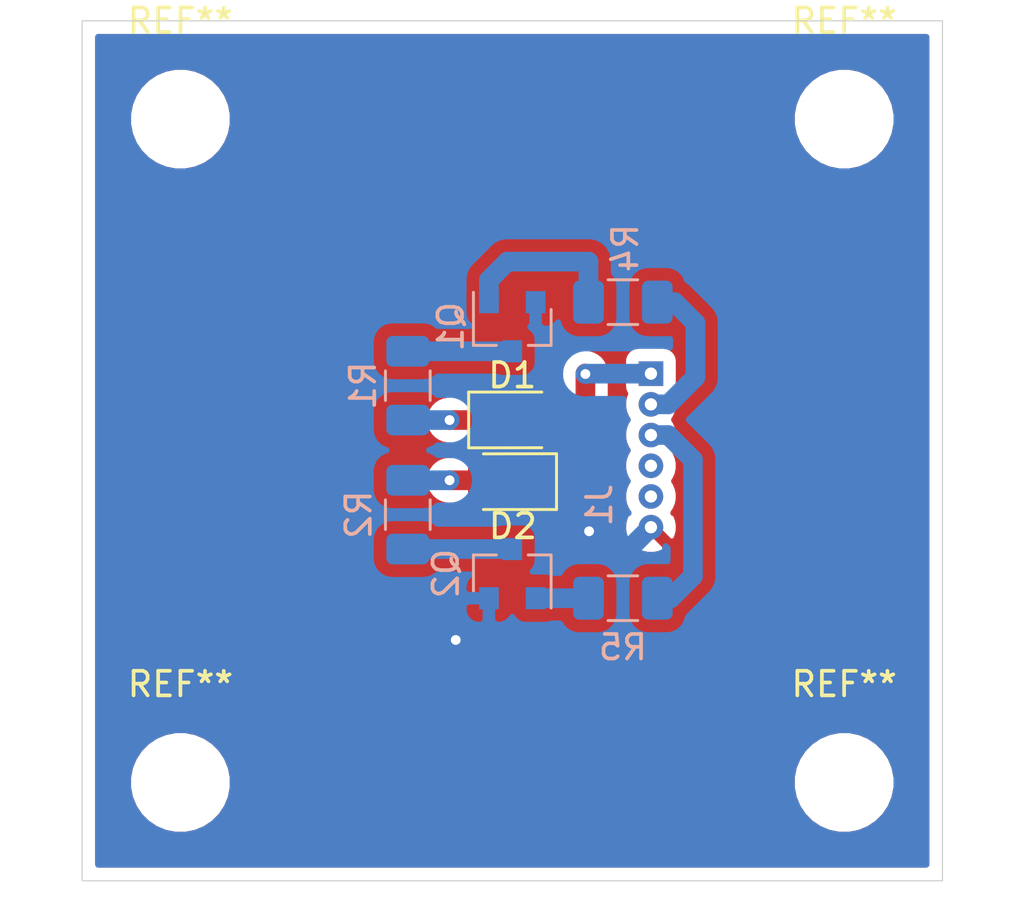
<source format=kicad_pcb>
(kicad_pcb (version 20171130) (host pcbnew "(5.1.6)-1")

  (general
    (thickness 1.6)
    (drawings 6)
    (tracks 38)
    (zones 0)
    (modules 13)
    (nets 13)
  )

  (page A4)
  (layers
    (0 F.Cu signal)
    (31 B.Cu signal)
    (32 B.Adhes user)
    (33 F.Adhes user)
    (34 B.Paste user)
    (35 F.Paste user)
    (36 B.SilkS user)
    (37 F.SilkS user)
    (38 B.Mask user)
    (39 F.Mask user)
    (40 Dwgs.User user)
    (41 Cmts.User user)
    (42 Eco1.User user)
    (43 Eco2.User user)
    (44 Edge.Cuts user)
    (45 Margin user)
    (46 B.CrtYd user)
    (47 F.CrtYd user)
    (48 B.Fab user hide)
    (49 F.Fab user)
  )

  (setup
    (last_trace_width 0.8)
    (user_trace_width 0.5)
    (user_trace_width 0.7)
    (user_trace_width 0.8)
    (trace_clearance 0.2)
    (zone_clearance 0.508)
    (zone_45_only no)
    (trace_min 0.2)
    (via_size 0.8)
    (via_drill 0.4)
    (via_min_size 0.4)
    (via_min_drill 0.3)
    (uvia_size 0.3)
    (uvia_drill 0.1)
    (uvias_allowed no)
    (uvia_min_size 0.2)
    (uvia_min_drill 0.1)
    (edge_width 0.05)
    (segment_width 0.2)
    (pcb_text_width 0.3)
    (pcb_text_size 1.5 1.5)
    (mod_edge_width 0.12)
    (mod_text_size 1 1)
    (mod_text_width 0.15)
    (pad_size 1.524 1.524)
    (pad_drill 0.762)
    (pad_to_mask_clearance 0.05)
    (aux_axis_origin 0 0)
    (visible_elements 7FFFFFFF)
    (pcbplotparams
      (layerselection 0x01000_ffffffff)
      (usegerberextensions false)
      (usegerberattributes true)
      (usegerberadvancedattributes true)
      (creategerberjobfile true)
      (excludeedgelayer true)
      (linewidth 0.100000)
      (plotframeref false)
      (viasonmask false)
      (mode 1)
      (useauxorigin false)
      (hpglpennumber 1)
      (hpglpenspeed 20)
      (hpglpendiameter 15.000000)
      (psnegative false)
      (psa4output false)
      (plotreference true)
      (plotvalue true)
      (plotinvisibletext false)
      (padsonsilk false)
      (subtractmaskfromsilk false)
      (outputformat 1)
      (mirror false)
      (drillshape 0)
      (scaleselection 1)
      (outputdirectory "./"))
  )

  (net 0 "")
  (net 1 "Net-(J1-Pad4)")
  (net 2 +5V)
  (net 3 GND)
  (net 4 "Net-(J1-Pad5)")
  (net 5 /GREEN)
  (net 6 /RED)
  (net 7 "Net-(Q1-Pad3)")
  (net 8 "Net-(Q1-Pad1)")
  (net 9 "Net-(Q2-Pad3)")
  (net 10 "Net-(Q2-Pad1)")
  (net 11 "Net-(D1-Pad1)")
  (net 12 "Net-(D2-Pad1)")

  (net_class Default "This is the default net class."
    (clearance 0.2)
    (trace_width 0.25)
    (via_dia 0.8)
    (via_drill 0.4)
    (uvia_dia 0.3)
    (uvia_drill 0.1)
    (add_net +5V)
    (add_net /GREEN)
    (add_net /RED)
    (add_net GND)
    (add_net "Net-(D1-Pad1)")
    (add_net "Net-(D2-Pad1)")
    (add_net "Net-(J1-Pad4)")
    (add_net "Net-(J1-Pad5)")
    (add_net "Net-(Q1-Pad1)")
    (add_net "Net-(Q1-Pad3)")
    (add_net "Net-(Q2-Pad1)")
    (add_net "Net-(Q2-Pad3)")
  )

  (net_class 1 ""
    (clearance 0.2)
    (trace_width 0.5)
    (via_dia 0.8)
    (via_drill 0.4)
    (uvia_dia 0.3)
    (uvia_drill 0.1)
  )

  (module MountingHole:MountingHole_3mm (layer F.Cu) (tedit 56D1B4CB) (tstamp 6047E186)
    (at 32 32)
    (descr "Mounting Hole 3mm, no annular")
    (tags "mounting hole 3mm no annular")
    (attr virtual)
    (fp_text reference REF** (at 0 -4) (layer F.SilkS)
      (effects (font (size 1 1) (thickness 0.15)))
    )
    (fp_text value MountingHole_3mm (at 0 4) (layer F.Fab)
      (effects (font (size 1 1) (thickness 0.15)))
    )
    (fp_text user %R (at 0.3 0) (layer F.Fab)
      (effects (font (size 1 1) (thickness 0.15)))
    )
    (fp_circle (center 0 0) (end 3 0) (layer Cmts.User) (width 0.15))
    (fp_circle (center 0 0) (end 3.25 0) (layer F.CrtYd) (width 0.05))
    (pad 1 np_thru_hole circle (at 0 0) (size 3 3) (drill 3) (layers *.Cu *.Mask))
  )

  (module MountingHole:MountingHole_3mm (layer F.Cu) (tedit 56D1B4CB) (tstamp 6047E162)
    (at 5 32)
    (descr "Mounting Hole 3mm, no annular")
    (tags "mounting hole 3mm no annular")
    (attr virtual)
    (fp_text reference REF** (at 0 -4) (layer F.SilkS)
      (effects (font (size 1 1) (thickness 0.15)))
    )
    (fp_text value MountingHole_3mm (at 0 4) (layer F.Fab)
      (effects (font (size 1 1) (thickness 0.15)))
    )
    (fp_text user %R (at 0.3 0) (layer F.Fab)
      (effects (font (size 1 1) (thickness 0.15)))
    )
    (fp_circle (center 0 0) (end 3 0) (layer Cmts.User) (width 0.15))
    (fp_circle (center 0 0) (end 3.25 0) (layer F.CrtYd) (width 0.05))
    (pad 1 np_thru_hole circle (at 0 0) (size 3 3) (drill 3) (layers *.Cu *.Mask))
  )

  (module MountingHole:MountingHole_3mm (layer F.Cu) (tedit 56D1B4CB) (tstamp 6047E13E)
    (at 5 5)
    (descr "Mounting Hole 3mm, no annular")
    (tags "mounting hole 3mm no annular")
    (attr virtual)
    (fp_text reference REF** (at 0 -4) (layer F.SilkS)
      (effects (font (size 1 1) (thickness 0.15)))
    )
    (fp_text value MountingHole_3mm (at 0 4) (layer F.Fab)
      (effects (font (size 1 1) (thickness 0.15)))
    )
    (fp_text user %R (at 0.3 0) (layer F.Fab)
      (effects (font (size 1 1) (thickness 0.15)))
    )
    (fp_circle (center 0 0) (end 3 0) (layer Cmts.User) (width 0.15))
    (fp_circle (center 0 0) (end 3.25 0) (layer F.CrtYd) (width 0.05))
    (pad 1 np_thru_hole circle (at 0 0) (size 3 3) (drill 3) (layers *.Cu *.Mask))
  )

  (module MountingHole:MountingHole_3mm (layer F.Cu) (tedit 56D1B4CB) (tstamp 6047E11A)
    (at 32 5)
    (descr "Mounting Hole 3mm, no annular")
    (tags "mounting hole 3mm no annular")
    (attr virtual)
    (fp_text reference REF** (at 0 -4) (layer F.SilkS)
      (effects (font (size 1 1) (thickness 0.15)))
    )
    (fp_text value MountingHole_3mm (at 0 4) (layer F.Fab)
      (effects (font (size 1 1) (thickness 0.15)))
    )
    (fp_text user %R (at 0.3 0) (layer F.Fab)
      (effects (font (size 1 1) (thickness 0.15)))
    )
    (fp_circle (center 0 0) (end 3 0) (layer Cmts.User) (width 0.15))
    (fp_circle (center 0 0) (end 3.25 0) (layer F.CrtYd) (width 0.05))
    (pad 1 np_thru_hole circle (at 0 0) (size 3 3) (drill 3) (layers *.Cu *.Mask))
  )

  (module Connector:JOINT_TECH_A1250WV-6P_rev (layer B.Cu) (tedit 60476F15) (tstamp 60420E01)
    (at 24.14 21.61 90)
    (path /6041ADAA)
    (fp_text reference J1 (at 0.9 -2.1 90) (layer B.SilkS)
      (effects (font (size 1 1) (thickness 0.15)) (justify mirror))
    )
    (fp_text value Conn_01x06_Male (at 2.8 3 90) (layer B.Fab)
      (effects (font (size 1 1) (thickness 0.15)) (justify mirror))
    )
    (fp_line (start -1.05 -1.15) (end 7.2 -1.15) (layer B.CrtYd) (width 0.12))
    (fp_line (start -1.05 2.05) (end -1.05 -1.15) (layer B.CrtYd) (width 0.12))
    (fp_line (start 7.2 2.05) (end 7.2 -1.15) (layer B.CrtYd) (width 0.12))
    (fp_line (start -1.05 2.05) (end 7.2 2.05) (layer B.CrtYd) (width 0.12))
    (pad 1 thru_hole rect (at 6.25 0 90) (size 1 1) (drill 0.5) (layers *.Cu *.Mask)
      (net 2 +5V))
    (pad 2 thru_hole circle (at 5 0 90) (size 1 1) (drill 0.5) (layers *.Cu *.Mask)
      (net 6 /RED))
    (pad 3 thru_hole circle (at 3.75 0 90) (size 1 1) (drill 0.5) (layers *.Cu *.Mask)
      (net 5 /GREEN))
    (pad 4 thru_hole circle (at 2.5 0 90) (size 1 1) (drill 0.5) (layers *.Cu *.Mask)
      (net 1 "Net-(J1-Pad4)"))
    (pad 5 thru_hole circle (at 1.25 0 90) (size 1 1) (drill 0.5) (layers *.Cu *.Mask)
      (net 4 "Net-(J1-Pad5)"))
    (pad 6 thru_hole circle (at 0 0 90) (size 1 1) (drill 0.5) (layers *.Cu *.Mask)
      (net 3 GND))
  )

  (module LED_SMD:LED_2835Metric_RI35TS_reversed (layer F.Cu) (tedit 60476C1D) (tstamp 6047D239)
    (at 18.525 19.75 180)
    (descr "LED SMD 1206 (3216 Metric), square (rectangular) end terminal, IPC_7351 nominal, (Body size source: http://www.tortai-tech.com/upload/download/2011102023233369053.pdf), generated with kicad-footprint-generator")
    (tags diode)
    (path /6049795C)
    (attr smd)
    (fp_text reference D2 (at 0 -1.82) (layer F.SilkS)
      (effects (font (size 1 1) (thickness 0.15)))
    )
    (fp_text value LED (at 0 1.82) (layer F.Fab)
      (effects (font (size 1 1) (thickness 0.15)))
    )
    (fp_text user %R (at 0 0) (layer F.Fab)
      (effects (font (size 0.8 0.8) (thickness 0.12)))
    )
    (fp_line (start -1.675 -1.05) (end -1.675 1.05) (layer F.CrtYd) (width 0.05))
    (fp_line (start 1.825 -1.05) (end -1.675 -1.05) (layer F.CrtYd) (width 0.05))
    (fp_line (start 1.825 1.05) (end 1.825 -1.05) (layer F.CrtYd) (width 0.05))
    (fp_line (start -1.675 1.05) (end 1.825 1.05) (layer F.CrtYd) (width 0.05))
    (fp_line (start 1.6 -0.8) (end -1.2 -0.8) (layer F.Fab) (width 0.1))
    (fp_line (start -1.2 -0.8) (end -1.6 -0.4) (layer F.Fab) (width 0.1))
    (fp_line (start -1.6 -0.4) (end -1.6 0.8) (layer F.Fab) (width 0.1))
    (fp_line (start -1.6 0.8) (end 1.6 0.8) (layer F.Fab) (width 0.1))
    (fp_line (start 1.6 0.8) (end 1.6 -0.8) (layer F.Fab) (width 0.1))
    (fp_line (start 1.2 -1.14) (end -1.775 -1.14) (layer F.SilkS) (width 0.12))
    (fp_line (start -1.775 -1.14) (end -1.775 1.13) (layer F.SilkS) (width 0.12))
    (fp_line (start -1.775 1.13) (end 1.2 1.125) (layer F.SilkS) (width 0.12))
    (pad 1 smd roundrect (at 0.775 0 180) (size 2.1 2.1) (layers F.Cu F.Paste F.Mask) (roundrect_rratio 0.2)
      (net 12 "Net-(D2-Pad1)"))
    (pad 2 smd roundrect (at -1.175 0 180) (size 1 2.1) (layers F.Cu F.Paste F.Mask) (roundrect_rratio 0.2)
      (net 2 +5V))
    (model ${KISYS3DMOD}/LED_SMD.3dshapes/LED_1206_3216Metric.wrl
      (at (xyz 0 0 0))
      (scale (xyz 1 1 1))
      (rotate (xyz 0 0 0))
    )
  )

  (module LED_SMD:LED_2835Metric_RI35TS (layer F.Cu) (tedit 60476948) (tstamp 6047CF13)
    (at 18.5 17.25)
    (descr "LED SMD 1206 (3216 Metric), square (rectangular) end terminal, IPC_7351 nominal, (Body size source: http://www.tortai-tech.com/upload/download/2011102023233369053.pdf), generated with kicad-footprint-generator")
    (tags diode)
    (path /6049592B)
    (attr smd)
    (fp_text reference D1 (at 0 -1.82) (layer F.SilkS)
      (effects (font (size 1 1) (thickness 0.15)))
    )
    (fp_text value LED (at 0 1.82) (layer F.Fab)
      (effects (font (size 1 1) (thickness 0.15)))
    )
    (fp_text user %R (at 0 0) (layer F.Fab)
      (effects (font (size 0.8 0.8) (thickness 0.12)))
    )
    (fp_line (start -1.775 1.13) (end 1.2 1.125) (layer F.SilkS) (width 0.12))
    (fp_line (start -1.775 -1.14) (end -1.775 1.13) (layer F.SilkS) (width 0.12))
    (fp_line (start 1.2 -1.14) (end -1.775 -1.14) (layer F.SilkS) (width 0.12))
    (fp_line (start 1.6 0.8) (end 1.6 -0.8) (layer F.Fab) (width 0.1))
    (fp_line (start -1.6 0.8) (end 1.6 0.8) (layer F.Fab) (width 0.1))
    (fp_line (start -1.6 -0.4) (end -1.6 0.8) (layer F.Fab) (width 0.1))
    (fp_line (start -1.2 -0.8) (end -1.6 -0.4) (layer F.Fab) (width 0.1))
    (fp_line (start 1.6 -0.8) (end -1.2 -0.8) (layer F.Fab) (width 0.1))
    (fp_line (start -1.675 1.05) (end 1.825 1.05) (layer F.CrtYd) (width 0.05))
    (fp_line (start 1.825 1.05) (end 1.825 -1.05) (layer F.CrtYd) (width 0.05))
    (fp_line (start 1.825 -1.05) (end -1.675 -1.05) (layer F.CrtYd) (width 0.05))
    (fp_line (start -1.675 -1.05) (end -1.675 1.05) (layer F.CrtYd) (width 0.05))
    (pad 2 smd roundrect (at 0.775 0) (size 2.1 2.1) (layers F.Cu F.Paste F.Mask) (roundrect_rratio 0.2)
      (net 2 +5V))
    (pad 1 smd roundrect (at -1.175 0) (size 1 2.1) (layers F.Cu F.Paste F.Mask) (roundrect_rratio 0.2)
      (net 11 "Net-(D1-Pad1)"))
    (model ${KISYS3DMOD}/LED_SMD.3dshapes/LED_1206_3216Metric.wrl
      (at (xyz 0 0 0))
      (scale (xyz 1 1 1))
      (rotate (xyz 0 0 0))
    )
  )

  (module Package_TO_SOT_SMD:SOT-23 (layer B.Cu) (tedit 5A02FF57) (tstamp 6047E257)
    (at 18.5 23.5 90)
    (descr "SOT-23, Standard")
    (tags SOT-23)
    (path /60424970)
    (attr smd)
    (fp_text reference Q2 (at 0 -2.7 90) (layer B.SilkS)
      (effects (font (size 1 1) (thickness 0.15)) (justify mirror))
    )
    (fp_text value Q_NPN_BEC (at 0 -2.5 90) (layer B.Fab)
      (effects (font (size 1 1) (thickness 0.15)) (justify mirror))
    )
    (fp_line (start -0.7 0.95) (end -0.7 -1.5) (layer B.Fab) (width 0.1))
    (fp_line (start -0.15 1.52) (end 0.7 1.52) (layer B.Fab) (width 0.1))
    (fp_line (start -0.7 0.95) (end -0.15 1.52) (layer B.Fab) (width 0.1))
    (fp_line (start 0.7 1.52) (end 0.7 -1.52) (layer B.Fab) (width 0.1))
    (fp_line (start -0.7 -1.52) (end 0.7 -1.52) (layer B.Fab) (width 0.1))
    (fp_line (start 0.76 -1.58) (end 0.76 -0.65) (layer B.SilkS) (width 0.12))
    (fp_line (start 0.76 1.58) (end 0.76 0.65) (layer B.SilkS) (width 0.12))
    (fp_line (start -1.7 1.75) (end 1.7 1.75) (layer B.CrtYd) (width 0.05))
    (fp_line (start 1.7 1.75) (end 1.7 -1.75) (layer B.CrtYd) (width 0.05))
    (fp_line (start 1.7 -1.75) (end -1.7 -1.75) (layer B.CrtYd) (width 0.05))
    (fp_line (start -1.7 -1.75) (end -1.7 1.75) (layer B.CrtYd) (width 0.05))
    (fp_line (start 0.76 1.58) (end -1.4 1.58) (layer B.SilkS) (width 0.12))
    (fp_line (start 0.76 -1.58) (end -0.7 -1.58) (layer B.SilkS) (width 0.12))
    (fp_text user %R (at 0 0 180) (layer B.Fab)
      (effects (font (size 0.5 0.5) (thickness 0.075)) (justify mirror))
    )
    (pad 3 smd rect (at 1 0 90) (size 0.9 0.8) (layers B.Cu B.Paste B.Mask)
      (net 9 "Net-(Q2-Pad3)"))
    (pad 2 smd rect (at -1 -0.95 90) (size 0.9 0.8) (layers B.Cu B.Paste B.Mask)
      (net 3 GND))
    (pad 1 smd rect (at -1 0.95 90) (size 0.9 0.8) (layers B.Cu B.Paste B.Mask)
      (net 10 "Net-(Q2-Pad1)"))
    (model ${KISYS3DMOD}/Package_TO_SOT_SMD.3dshapes/SOT-23.wrl
      (at (xyz 0 0 0))
      (scale (xyz 1 1 1))
      (rotate (xyz 0 0 0))
    )
  )

  (module Resistor_SMD:R_1206_3216Metric (layer B.Cu) (tedit 5B301BBD) (tstamp 6041461B)
    (at 23 24.5 180)
    (descr "Resistor SMD 1206 (3216 Metric), square (rectangular) end terminal, IPC_7351 nominal, (Body size source: http://www.tortai-tech.com/upload/download/2011102023233369053.pdf), generated with kicad-footprint-generator")
    (tags resistor)
    (path /6041C2D6)
    (attr smd)
    (fp_text reference R5 (at 0 -2) (layer B.SilkS)
      (effects (font (size 1 1) (thickness 0.15)) (justify mirror))
    )
    (fp_text value 10k (at 0 -1.82) (layer B.Fab)
      (effects (font (size 1 1) (thickness 0.15)) (justify mirror))
    )
    (fp_line (start -1.6 -0.8) (end -1.6 0.8) (layer B.Fab) (width 0.1))
    (fp_line (start -1.6 0.8) (end 1.6 0.8) (layer B.Fab) (width 0.1))
    (fp_line (start 1.6 0.8) (end 1.6 -0.8) (layer B.Fab) (width 0.1))
    (fp_line (start 1.6 -0.8) (end -1.6 -0.8) (layer B.Fab) (width 0.1))
    (fp_line (start -0.602064 0.91) (end 0.602064 0.91) (layer B.SilkS) (width 0.12))
    (fp_line (start -0.602064 -0.91) (end 0.602064 -0.91) (layer B.SilkS) (width 0.12))
    (fp_line (start -2.28 -1.12) (end -2.28 1.12) (layer B.CrtYd) (width 0.05))
    (fp_line (start -2.28 1.12) (end 2.28 1.12) (layer B.CrtYd) (width 0.05))
    (fp_line (start 2.28 1.12) (end 2.28 -1.12) (layer B.CrtYd) (width 0.05))
    (fp_line (start 2.28 -1.12) (end -2.28 -1.12) (layer B.CrtYd) (width 0.05))
    (fp_text user %R (at 0 0) (layer B.Fab)
      (effects (font (size 0.8 0.8) (thickness 0.12)) (justify mirror))
    )
    (pad 2 smd roundrect (at 1.4 0 180) (size 1.25 1.75) (layers B.Cu B.Paste B.Mask) (roundrect_rratio 0.2)
      (net 10 "Net-(Q2-Pad1)"))
    (pad 1 smd roundrect (at -1.4 0 180) (size 1.25 1.75) (layers B.Cu B.Paste B.Mask) (roundrect_rratio 0.2)
      (net 5 /GREEN))
    (model ${KISYS3DMOD}/Resistor_SMD.3dshapes/R_1206_3216Metric.wrl
      (at (xyz 0 0 0))
      (scale (xyz 1 1 1))
      (rotate (xyz 0 0 0))
    )
  )

  (module Resistor_SMD:R_1206_3216Metric (layer B.Cu) (tedit 5B301BBD) (tstamp 6041460A)
    (at 23 12.45 180)
    (descr "Resistor SMD 1206 (3216 Metric), square (rectangular) end terminal, IPC_7351 nominal, (Body size source: http://www.tortai-tech.com/upload/download/2011102023233369053.pdf), generated with kicad-footprint-generator")
    (tags resistor)
    (path /6041CCCB)
    (attr smd)
    (fp_text reference R4 (at -0.1 2.2 270) (layer B.SilkS)
      (effects (font (size 1 1) (thickness 0.15)) (justify mirror))
    )
    (fp_text value 10k (at 0 -1.82) (layer B.Fab)
      (effects (font (size 1 1) (thickness 0.15)) (justify mirror))
    )
    (fp_line (start -1.6 -0.8) (end -1.6 0.8) (layer B.Fab) (width 0.1))
    (fp_line (start -1.6 0.8) (end 1.6 0.8) (layer B.Fab) (width 0.1))
    (fp_line (start 1.6 0.8) (end 1.6 -0.8) (layer B.Fab) (width 0.1))
    (fp_line (start 1.6 -0.8) (end -1.6 -0.8) (layer B.Fab) (width 0.1))
    (fp_line (start -0.602064 0.91) (end 0.602064 0.91) (layer B.SilkS) (width 0.12))
    (fp_line (start -0.602064 -0.91) (end 0.602064 -0.91) (layer B.SilkS) (width 0.12))
    (fp_line (start -2.28 -1.12) (end -2.28 1.12) (layer B.CrtYd) (width 0.05))
    (fp_line (start -2.28 1.12) (end 2.28 1.12) (layer B.CrtYd) (width 0.05))
    (fp_line (start 2.28 1.12) (end 2.28 -1.12) (layer B.CrtYd) (width 0.05))
    (fp_line (start 2.28 -1.12) (end -2.28 -1.12) (layer B.CrtYd) (width 0.05))
    (fp_text user %R (at 0 0) (layer B.Fab)
      (effects (font (size 0.8 0.8) (thickness 0.12)) (justify mirror))
    )
    (pad 2 smd roundrect (at 1.4 0 180) (size 1.25 1.75) (layers B.Cu B.Paste B.Mask) (roundrect_rratio 0.2)
      (net 8 "Net-(Q1-Pad1)"))
    (pad 1 smd roundrect (at -1.4 0 180) (size 1.25 1.75) (layers B.Cu B.Paste B.Mask) (roundrect_rratio 0.2)
      (net 6 /RED))
    (model ${KISYS3DMOD}/Resistor_SMD.3dshapes/R_1206_3216Metric.wrl
      (at (xyz 0 0 0))
      (scale (xyz 1 1 1))
      (rotate (xyz 0 0 0))
    )
  )

  (module Resistor_SMD:R_1206_3216Metric (layer B.Cu) (tedit 5B301BBD) (tstamp 6041625C)
    (at 14.25 21.1 90)
    (descr "Resistor SMD 1206 (3216 Metric), square (rectangular) end terminal, IPC_7351 nominal, (Body size source: http://www.tortai-tech.com/upload/download/2011102023233369053.pdf), generated with kicad-footprint-generator")
    (tags resistor)
    (path /602D5F71)
    (attr smd)
    (fp_text reference R2 (at 0 -2 90) (layer B.SilkS)
      (effects (font (size 1 1) (thickness 0.15)) (justify mirror))
    )
    (fp_text value 100 (at 0 -1.82 90) (layer B.Fab)
      (effects (font (size 1 1) (thickness 0.15)) (justify mirror))
    )
    (fp_line (start -1.6 -0.8) (end -1.6 0.8) (layer B.Fab) (width 0.1))
    (fp_line (start -1.6 0.8) (end 1.6 0.8) (layer B.Fab) (width 0.1))
    (fp_line (start 1.6 0.8) (end 1.6 -0.8) (layer B.Fab) (width 0.1))
    (fp_line (start 1.6 -0.8) (end -1.6 -0.8) (layer B.Fab) (width 0.1))
    (fp_line (start -0.602064 0.91) (end 0.602064 0.91) (layer B.SilkS) (width 0.12))
    (fp_line (start -0.602064 -0.91) (end 0.602064 -0.91) (layer B.SilkS) (width 0.12))
    (fp_line (start -2.28 -1.12) (end -2.28 1.12) (layer B.CrtYd) (width 0.05))
    (fp_line (start -2.28 1.12) (end 2.28 1.12) (layer B.CrtYd) (width 0.05))
    (fp_line (start 2.28 1.12) (end 2.28 -1.12) (layer B.CrtYd) (width 0.05))
    (fp_line (start 2.28 -1.12) (end -2.28 -1.12) (layer B.CrtYd) (width 0.05))
    (fp_text user %R (at 0 0 90) (layer B.Fab)
      (effects (font (size 0.8 0.8) (thickness 0.12)) (justify mirror))
    )
    (pad 2 smd roundrect (at 1.4 0 90) (size 1.25 1.75) (layers B.Cu B.Paste B.Mask) (roundrect_rratio 0.2)
      (net 12 "Net-(D2-Pad1)"))
    (pad 1 smd roundrect (at -1.4 0 90) (size 1.25 1.75) (layers B.Cu B.Paste B.Mask) (roundrect_rratio 0.2)
      (net 9 "Net-(Q2-Pad3)"))
    (model ${KISYS3DMOD}/Resistor_SMD.3dshapes/R_1206_3216Metric.wrl
      (at (xyz 0 0 0))
      (scale (xyz 1 1 1))
      (rotate (xyz 0 0 0))
    )
  )

  (module Resistor_SMD:R_1206_3216Metric (layer B.Cu) (tedit 5B301BBD) (tstamp 604161DB)
    (at 14.25 15.85 270)
    (descr "Resistor SMD 1206 (3216 Metric), square (rectangular) end terminal, IPC_7351 nominal, (Body size source: http://www.tortai-tech.com/upload/download/2011102023233369053.pdf), generated with kicad-footprint-generator")
    (tags resistor)
    (path /602D3DD5)
    (attr smd)
    (fp_text reference R1 (at 0 1.82 90) (layer B.SilkS)
      (effects (font (size 1 1) (thickness 0.15)) (justify mirror))
    )
    (fp_text value 68 (at 0 -1.82 90) (layer B.Fab)
      (effects (font (size 1 1) (thickness 0.15)) (justify mirror))
    )
    (fp_line (start -1.6 -0.8) (end -1.6 0.8) (layer B.Fab) (width 0.1))
    (fp_line (start -1.6 0.8) (end 1.6 0.8) (layer B.Fab) (width 0.1))
    (fp_line (start 1.6 0.8) (end 1.6 -0.8) (layer B.Fab) (width 0.1))
    (fp_line (start 1.6 -0.8) (end -1.6 -0.8) (layer B.Fab) (width 0.1))
    (fp_line (start -0.602064 0.91) (end 0.602064 0.91) (layer B.SilkS) (width 0.12))
    (fp_line (start -0.602064 -0.91) (end 0.602064 -0.91) (layer B.SilkS) (width 0.12))
    (fp_line (start -2.28 -1.12) (end -2.28 1.12) (layer B.CrtYd) (width 0.05))
    (fp_line (start -2.28 1.12) (end 2.28 1.12) (layer B.CrtYd) (width 0.05))
    (fp_line (start 2.28 1.12) (end 2.28 -1.12) (layer B.CrtYd) (width 0.05))
    (fp_line (start 2.28 -1.12) (end -2.28 -1.12) (layer B.CrtYd) (width 0.05))
    (fp_text user %R (at 0 0 90) (layer B.Fab)
      (effects (font (size 0.8 0.8) (thickness 0.12)) (justify mirror))
    )
    (pad 2 smd roundrect (at 1.4 0 270) (size 1.25 1.75) (layers B.Cu B.Paste B.Mask) (roundrect_rratio 0.2)
      (net 11 "Net-(D1-Pad1)"))
    (pad 1 smd roundrect (at -1.4 0 270) (size 1.25 1.75) (layers B.Cu B.Paste B.Mask) (roundrect_rratio 0.2)
      (net 7 "Net-(Q1-Pad3)"))
    (model ${KISYS3DMOD}/Resistor_SMD.3dshapes/R_1206_3216Metric.wrl
      (at (xyz 0 0 0))
      (scale (xyz 1 1 1))
      (rotate (xyz 0 0 0))
    )
  )

  (module Package_TO_SOT_SMD:SOT-23 (layer B.Cu) (tedit 5A02FF57) (tstamp 6041459F)
    (at 18.5 13.45 270)
    (descr "SOT-23, Standard")
    (tags SOT-23)
    (path /604232D6)
    (attr smd)
    (fp_text reference Q1 (at 0 2.5 90) (layer B.SilkS)
      (effects (font (size 1 1) (thickness 0.15)) (justify mirror))
    )
    (fp_text value Q_NPN_BEC (at 0 -2.5 90) (layer B.Fab)
      (effects (font (size 1 1) (thickness 0.15)) (justify mirror))
    )
    (fp_line (start -0.7 0.95) (end -0.7 -1.5) (layer B.Fab) (width 0.1))
    (fp_line (start -0.15 1.52) (end 0.7 1.52) (layer B.Fab) (width 0.1))
    (fp_line (start -0.7 0.95) (end -0.15 1.52) (layer B.Fab) (width 0.1))
    (fp_line (start 0.7 1.52) (end 0.7 -1.52) (layer B.Fab) (width 0.1))
    (fp_line (start -0.7 -1.52) (end 0.7 -1.52) (layer B.Fab) (width 0.1))
    (fp_line (start 0.76 -1.58) (end 0.76 -0.65) (layer B.SilkS) (width 0.12))
    (fp_line (start 0.76 1.58) (end 0.76 0.65) (layer B.SilkS) (width 0.12))
    (fp_line (start -1.7 1.75) (end 1.7 1.75) (layer B.CrtYd) (width 0.05))
    (fp_line (start 1.7 1.75) (end 1.7 -1.75) (layer B.CrtYd) (width 0.05))
    (fp_line (start 1.7 -1.75) (end -1.7 -1.75) (layer B.CrtYd) (width 0.05))
    (fp_line (start -1.7 -1.75) (end -1.7 1.75) (layer B.CrtYd) (width 0.05))
    (fp_line (start 0.76 1.58) (end -1.4 1.58) (layer B.SilkS) (width 0.12))
    (fp_line (start 0.76 -1.58) (end -0.7 -1.58) (layer B.SilkS) (width 0.12))
    (fp_text user %R (at 0 0 180) (layer B.Fab)
      (effects (font (size 0.5 0.5) (thickness 0.075)) (justify mirror))
    )
    (pad 3 smd rect (at 1 0 270) (size 0.9 0.8) (layers B.Cu B.Paste B.Mask)
      (net 7 "Net-(Q1-Pad3)"))
    (pad 2 smd rect (at -1 -0.95 270) (size 0.9 0.8) (layers B.Cu B.Paste B.Mask)
      (net 3 GND))
    (pad 1 smd rect (at -1 0.95 270) (size 0.9 0.8) (layers B.Cu B.Paste B.Mask)
      (net 8 "Net-(Q1-Pad1)"))
    (model ${KISYS3DMOD}/Package_TO_SOT_SMD.3dshapes/SOT-23.wrl
      (at (xyz 0 0 0))
      (scale (xyz 1 1 1))
      (rotate (xyz 0 0 0))
    )
  )

  (gr_line (start 22.2 22.525) (end 25.8 22.525) (layer Dwgs.User) (width 0.15))
  (gr_line (start 22.5 14.55) (end 25.7 14.55) (layer Dwgs.User) (width 0.15))
  (gr_line (start 1 36) (end 1 1) (layer Edge.Cuts) (width 0.05))
  (gr_line (start 36 36) (end 1 36) (layer Edge.Cuts) (width 0.05))
  (gr_line (start 36 1) (end 36 36) (layer Edge.Cuts) (width 0.05))
  (gr_line (start 1 1) (end 36 1) (layer Edge.Cuts) (width 0.05))

  (segment (start 24.13 21.6) (end 24.14 21.61) (width 0.8) (layer B.Cu) (net 3))
  (segment (start 19.7 17.675) (end 19.7 19.75) (width 0.8) (layer F.Cu) (net 2))
  (segment (start 19.275 17.25) (end 19.7 17.675) (width 0.8) (layer F.Cu) (net 2))
  (segment (start 19.275 17.25) (end 21.325 17.25) (width 0.8) (layer F.Cu) (net 2))
  (segment (start 21.325 17.25) (end 21.475 17.1) (width 0.8) (layer F.Cu) (net 2))
  (segment (start 21.475 17.1) (end 21.475 15.375) (width 0.8) (layer F.Cu) (net 2))
  (segment (start 21.475 15.375) (end 21.475 15.35) (width 0.8) (layer F.Cu) (net 2) (tstamp 6047E024))
  (via (at 21.475 15.375) (size 0.8) (drill 0.4) (layers F.Cu B.Cu) (net 2))
  (segment (start 21.49 15.36) (end 21.475 15.375) (width 0.8) (layer B.Cu) (net 2))
  (segment (start 24.14 15.36) (end 21.49 15.36) (width 0.8) (layer B.Cu) (net 2))
  (via (at 16.2 26.2) (size 0.8) (drill 0.4) (layers F.Cu B.Cu) (net 3))
  (via (at 21.625 21.775) (size 0.8) (drill 0.4) (layers F.Cu B.Cu) (net 3))
  (segment (start 24.14 21.61) (end 23.5 22.25) (width 0.8) (layer B.Cu) (net 3))
  (segment (start 24.15 20.35) (end 24.14 20.36) (width 0.8) (layer B.Cu) (net 4))
  (segment (start 24.4 24.5) (end 24.95 24.5) (width 0.8) (layer B.Cu) (net 5))
  (segment (start 24.95 24.5) (end 25.85 23.6) (width 0.8) (layer B.Cu) (net 5))
  (segment (start 24.847106 17.86) (end 24.14 17.86) (width 0.8) (layer B.Cu) (net 5))
  (segment (start 25.85 18.862894) (end 24.847106 17.86) (width 0.8) (layer B.Cu) (net 5))
  (segment (start 25.85 23.6) (end 25.85 18.862894) (width 0.8) (layer B.Cu) (net 5))
  (segment (start 24.4 12.45) (end 25.1 12.45) (width 0.8) (layer B.Cu) (net 6))
  (segment (start 25.1 12.45) (end 25.95 13.3) (width 0.8) (layer B.Cu) (net 6))
  (segment (start 25.95 15.507106) (end 24.847106 16.61) (width 0.8) (layer B.Cu) (net 6))
  (segment (start 24.847106 16.61) (end 24.14 16.61) (width 0.8) (layer B.Cu) (net 6))
  (segment (start 25.95 13.3) (end 25.95 15.507106) (width 0.8) (layer B.Cu) (net 6))
  (segment (start 18.5 14.45) (end 14.25 14.45) (width 0.8) (layer B.Cu) (net 7))
  (segment (start 17.55 12.45) (end 17.55 11.55) (width 0.8) (layer B.Cu) (net 8))
  (segment (start 17.55 11.55) (end 18.3 10.8) (width 0.8) (layer B.Cu) (net 8))
  (segment (start 18.3 10.8) (end 21.6 10.8) (width 0.8) (layer B.Cu) (net 8))
  (segment (start 21.6 10.8) (end 21.6 12.45) (width 0.8) (layer B.Cu) (net 8))
  (segment (start 18.5 22.5) (end 14.25 22.5) (width 0.8) (layer B.Cu) (net 9))
  (segment (start 21.6 24.5) (end 19.45 24.5) (width 0.8) (layer B.Cu) (net 10))
  (via (at 15.95 17.25) (size 0.8) (drill 0.4) (layers F.Cu B.Cu) (net 11))
  (segment (start 17.325 17.25) (end 16 17.25) (width 0.8) (layer F.Cu) (net 11))
  (segment (start 15.95 17.25) (end 14.25 17.25) (width 0.8) (layer B.Cu) (net 11))
  (segment (start 14.25 19.7) (end 15.95 19.7) (width 0.8) (layer B.Cu) (net 12))
  (via (at 15.95 19.7) (size 0.8) (drill 0.4) (layers F.Cu B.Cu) (net 12))
  (segment (start 17.7 19.7) (end 17.75 19.75) (width 0.8) (layer F.Cu) (net 12))
  (segment (start 15.95 19.7) (end 17.7 19.7) (width 0.8) (layer F.Cu) (net 12))

  (zone (net 3) (net_name GND) (layer F.Cu) (tstamp 60421268) (hatch edge 0.508)
    (connect_pads (clearance 0.508))
    (min_thickness 0.254)
    (fill yes (arc_segments 32) (thermal_gap 0.508) (thermal_bridge_width 0.508))
    (polygon
      (pts
        (xy 36 36) (xy 1 36) (xy 1 1) (xy 36 1)
      )
    )
    (filled_polygon
      (pts
        (xy 35.340001 35.34) (xy 1.66 35.34) (xy 1.66 31.789721) (xy 2.865 31.789721) (xy 2.865 32.210279)
        (xy 2.947047 32.622756) (xy 3.107988 33.011302) (xy 3.341637 33.360983) (xy 3.639017 33.658363) (xy 3.988698 33.892012)
        (xy 4.377244 34.052953) (xy 4.789721 34.135) (xy 5.210279 34.135) (xy 5.622756 34.052953) (xy 6.011302 33.892012)
        (xy 6.360983 33.658363) (xy 6.658363 33.360983) (xy 6.892012 33.011302) (xy 7.052953 32.622756) (xy 7.135 32.210279)
        (xy 7.135 31.789721) (xy 29.865 31.789721) (xy 29.865 32.210279) (xy 29.947047 32.622756) (xy 30.107988 33.011302)
        (xy 30.341637 33.360983) (xy 30.639017 33.658363) (xy 30.988698 33.892012) (xy 31.377244 34.052953) (xy 31.789721 34.135)
        (xy 32.210279 34.135) (xy 32.622756 34.052953) (xy 33.011302 33.892012) (xy 33.360983 33.658363) (xy 33.658363 33.360983)
        (xy 33.892012 33.011302) (xy 34.052953 32.622756) (xy 34.135 32.210279) (xy 34.135 31.789721) (xy 34.052953 31.377244)
        (xy 33.892012 30.988698) (xy 33.658363 30.639017) (xy 33.360983 30.341637) (xy 33.011302 30.107988) (xy 32.622756 29.947047)
        (xy 32.210279 29.865) (xy 31.789721 29.865) (xy 31.377244 29.947047) (xy 30.988698 30.107988) (xy 30.639017 30.341637)
        (xy 30.341637 30.639017) (xy 30.107988 30.988698) (xy 29.947047 31.377244) (xy 29.865 31.789721) (xy 7.135 31.789721)
        (xy 7.052953 31.377244) (xy 6.892012 30.988698) (xy 6.658363 30.639017) (xy 6.360983 30.341637) (xy 6.011302 30.107988)
        (xy 5.622756 29.947047) (xy 5.210279 29.865) (xy 4.789721 29.865) (xy 4.377244 29.947047) (xy 3.988698 30.107988)
        (xy 3.639017 30.341637) (xy 3.341637 30.639017) (xy 3.107988 30.988698) (xy 2.947047 31.377244) (xy 2.865 31.789721)
        (xy 1.66 31.789721) (xy 1.66 22.388166) (xy 23.541439 22.388166) (xy 23.57655 22.601588) (xy 23.780826 22.692458)
        (xy 23.998905 22.741731) (xy 24.222406 22.747511) (xy 24.44274 22.709577) (xy 24.65144 22.629387) (xy 24.70345 22.601588)
        (xy 24.738561 22.388166) (xy 24.14 21.789605) (xy 23.541439 22.388166) (xy 1.66 22.388166) (xy 1.66 19.7)
        (xy 14.909993 19.7) (xy 14.915 19.750838) (xy 14.915 19.801939) (xy 14.924969 19.852057) (xy 14.929976 19.902895)
        (xy 14.944804 19.951777) (xy 14.954774 20.001898) (xy 14.974331 20.049113) (xy 14.989159 20.097993) (xy 15.013238 20.143042)
        (xy 15.032795 20.190256) (xy 15.061186 20.232746) (xy 15.085266 20.277797) (xy 15.117672 20.317284) (xy 15.146063 20.359774)
        (xy 15.182196 20.395907) (xy 15.214604 20.435396) (xy 15.254092 20.467803) (xy 15.290226 20.503937) (xy 15.332716 20.532328)
        (xy 15.372203 20.564734) (xy 15.417254 20.588814) (xy 15.459744 20.617205) (xy 15.506958 20.636762) (xy 15.552007 20.660841)
        (xy 15.600887 20.675669) (xy 15.648102 20.695226) (xy 15.698223 20.705196) (xy 15.747105 20.720024) (xy 15.797943 20.725031)
        (xy 15.848061 20.735) (xy 16.12733 20.735) (xy 16.142469 20.784907) (xy 16.240245 20.967833) (xy 16.37183 21.12817)
        (xy 16.532167 21.259755) (xy 16.715093 21.357531) (xy 16.91358 21.417741) (xy 17.12 21.438072) (xy 18.38 21.438072)
        (xy 18.58642 21.417741) (xy 18.784907 21.357531) (xy 18.920223 21.285203) (xy 18.934392 21.296831) (xy 19.079284 21.374278)
        (xy 19.2365 21.421969) (xy 19.4 21.438072) (xy 20 21.438072) (xy 20.1635 21.421969) (xy 20.320716 21.374278)
        (xy 20.465608 21.296831) (xy 20.592606 21.192606) (xy 20.696831 21.065608) (xy 20.774278 20.920716) (xy 20.821969 20.7635)
        (xy 20.838072 20.6) (xy 20.838072 18.9) (xy 20.821969 18.7365) (xy 20.774278 18.579284) (xy 20.742335 18.519523)
        (xy 20.784755 18.467833) (xy 20.882481 18.285) (xy 21.274172 18.285) (xy 21.325 18.290006) (xy 21.375828 18.285)
        (xy 21.375838 18.285) (xy 21.527895 18.270024) (xy 21.722993 18.210841) (xy 21.902797 18.114734) (xy 22.060396 17.985396)
        (xy 22.092807 17.945903) (xy 22.170903 17.867807) (xy 22.210396 17.835396) (xy 22.339734 17.677797) (xy 22.435841 17.497993)
        (xy 22.495024 17.302895) (xy 22.51 17.150838) (xy 22.51 17.150829) (xy 22.515006 17.100001) (xy 22.51 17.049173)
        (xy 22.51 15.273061) (xy 22.504908 15.247461) (xy 22.495024 15.147106) (xy 22.435841 14.952008) (xy 22.386663 14.86)
        (xy 23.001928 14.86) (xy 23.001928 15.86) (xy 23.014188 15.984482) (xy 23.050498 16.10418) (xy 23.09022 16.178494)
        (xy 23.048617 16.278933) (xy 23.005 16.498212) (xy 23.005 16.721788) (xy 23.048617 16.941067) (xy 23.134176 17.147624)
        (xy 23.192559 17.235) (xy 23.134176 17.322376) (xy 23.048617 17.528933) (xy 23.005 17.748212) (xy 23.005 17.971788)
        (xy 23.048617 18.191067) (xy 23.134176 18.397624) (xy 23.192559 18.485) (xy 23.134176 18.572376) (xy 23.048617 18.778933)
        (xy 23.005 18.998212) (xy 23.005 19.221788) (xy 23.048617 19.441067) (xy 23.134176 19.647624) (xy 23.192559 19.735)
        (xy 23.134176 19.822376) (xy 23.048617 20.028933) (xy 23.005 20.248212) (xy 23.005 20.471788) (xy 23.048617 20.691067)
        (xy 23.134176 20.897624) (xy 23.22524 21.033911) (xy 23.148412 21.04655) (xy 23.057542 21.250826) (xy 23.008269 21.468905)
        (xy 23.002489 21.692406) (xy 23.040423 21.91274) (xy 23.120613 22.12144) (xy 23.148412 22.17345) (xy 23.361834 22.208561)
        (xy 23.960395 21.61) (xy 23.946253 21.595858) (xy 24.04711 21.495) (xy 24.23289 21.495) (xy 24.333748 21.595858)
        (xy 24.319605 21.61) (xy 24.918166 22.208561) (xy 25.131588 22.17345) (xy 25.222458 21.969174) (xy 25.271731 21.751095)
        (xy 25.277511 21.527594) (xy 25.239577 21.30726) (xy 25.159387 21.09856) (xy 25.131588 21.04655) (xy 25.05476 21.033911)
        (xy 25.145824 20.897624) (xy 25.231383 20.691067) (xy 25.275 20.471788) (xy 25.275 20.248212) (xy 25.231383 20.028933)
        (xy 25.145824 19.822376) (xy 25.087441 19.735) (xy 25.145824 19.647624) (xy 25.231383 19.441067) (xy 25.275 19.221788)
        (xy 25.275 18.998212) (xy 25.231383 18.778933) (xy 25.145824 18.572376) (xy 25.087441 18.485) (xy 25.145824 18.397624)
        (xy 25.231383 18.191067) (xy 25.275 17.971788) (xy 25.275 17.748212) (xy 25.231383 17.528933) (xy 25.145824 17.322376)
        (xy 25.087441 17.235) (xy 25.145824 17.147624) (xy 25.231383 16.941067) (xy 25.275 16.721788) (xy 25.275 16.498212)
        (xy 25.231383 16.278933) (xy 25.18978 16.178494) (xy 25.229502 16.10418) (xy 25.265812 15.984482) (xy 25.278072 15.86)
        (xy 25.278072 14.86) (xy 25.265812 14.735518) (xy 25.229502 14.61582) (xy 25.170537 14.505506) (xy 25.091185 14.408815)
        (xy 24.994494 14.329463) (xy 24.88418 14.270498) (xy 24.764482 14.234188) (xy 24.64 14.221928) (xy 23.64 14.221928)
        (xy 23.515518 14.234188) (xy 23.39582 14.270498) (xy 23.285506 14.329463) (xy 23.188815 14.408815) (xy 23.109463 14.505506)
        (xy 23.050498 14.61582) (xy 23.014188 14.735518) (xy 23.001928 14.86) (xy 22.386663 14.86) (xy 22.339734 14.772203)
        (xy 22.210396 14.614604) (xy 22.052797 14.485266) (xy 21.872993 14.389159) (xy 21.677895 14.329976) (xy 21.475 14.309993)
        (xy 21.272106 14.329976) (xy 21.077008 14.389159) (xy 20.897203 14.485266) (xy 20.739604 14.614604) (xy 20.610266 14.772203)
        (xy 20.514159 14.952007) (xy 20.454976 15.147105) (xy 20.445092 15.247462) (xy 20.44 15.273061) (xy 20.44 15.476939)
        (xy 20.440001 15.476944) (xy 20.440001 15.712006) (xy 20.309907 15.642469) (xy 20.11142 15.582259) (xy 19.905 15.561928)
        (xy 18.645 15.561928) (xy 18.43858 15.582259) (xy 18.240093 15.642469) (xy 18.104777 15.714797) (xy 18.090608 15.703169)
        (xy 17.945716 15.625722) (xy 17.7885 15.578031) (xy 17.625 15.561928) (xy 17.025 15.561928) (xy 16.8615 15.578031)
        (xy 16.704284 15.625722) (xy 16.559392 15.703169) (xy 16.432394 15.807394) (xy 16.328169 15.934392) (xy 16.250722 16.079284)
        (xy 16.209553 16.215) (xy 15.848061 16.215) (xy 15.648102 16.254774) (xy 15.459744 16.332795) (xy 15.290226 16.446063)
        (xy 15.146063 16.590226) (xy 15.032795 16.759744) (xy 14.954774 16.948102) (xy 14.915 17.148061) (xy 14.915 17.351939)
        (xy 14.954774 17.551898) (xy 15.032795 17.740256) (xy 15.146063 17.909774) (xy 15.290226 18.053937) (xy 15.459744 18.167205)
        (xy 15.648102 18.245226) (xy 15.848061 18.285) (xy 16.209553 18.285) (xy 16.250722 18.420716) (xy 16.282665 18.480477)
        (xy 16.240245 18.532167) (xy 16.169244 18.665) (xy 15.848061 18.665) (xy 15.797943 18.674969) (xy 15.747105 18.679976)
        (xy 15.698223 18.694804) (xy 15.648102 18.704774) (xy 15.600887 18.724331) (xy 15.552007 18.739159) (xy 15.506958 18.763238)
        (xy 15.459744 18.782795) (xy 15.417254 18.811186) (xy 15.372203 18.835266) (xy 15.332716 18.867672) (xy 15.290226 18.896063)
        (xy 15.254092 18.932197) (xy 15.214604 18.964604) (xy 15.182197 19.004092) (xy 15.146063 19.040226) (xy 15.117672 19.082716)
        (xy 15.085266 19.122203) (xy 15.061186 19.167254) (xy 15.032795 19.209744) (xy 15.013238 19.256958) (xy 14.989159 19.302007)
        (xy 14.974331 19.350887) (xy 14.954774 19.398102) (xy 14.944804 19.448223) (xy 14.929976 19.497105) (xy 14.924969 19.547943)
        (xy 14.915 19.598061) (xy 14.915 19.649162) (xy 14.909993 19.7) (xy 1.66 19.7) (xy 1.66 4.789721)
        (xy 2.865 4.789721) (xy 2.865 5.210279) (xy 2.947047 5.622756) (xy 3.107988 6.011302) (xy 3.341637 6.360983)
        (xy 3.639017 6.658363) (xy 3.988698 6.892012) (xy 4.377244 7.052953) (xy 4.789721 7.135) (xy 5.210279 7.135)
        (xy 5.622756 7.052953) (xy 6.011302 6.892012) (xy 6.360983 6.658363) (xy 6.658363 6.360983) (xy 6.892012 6.011302)
        (xy 7.052953 5.622756) (xy 7.135 5.210279) (xy 7.135 4.789721) (xy 29.865 4.789721) (xy 29.865 5.210279)
        (xy 29.947047 5.622756) (xy 30.107988 6.011302) (xy 30.341637 6.360983) (xy 30.639017 6.658363) (xy 30.988698 6.892012)
        (xy 31.377244 7.052953) (xy 31.789721 7.135) (xy 32.210279 7.135) (xy 32.622756 7.052953) (xy 33.011302 6.892012)
        (xy 33.360983 6.658363) (xy 33.658363 6.360983) (xy 33.892012 6.011302) (xy 34.052953 5.622756) (xy 34.135 5.210279)
        (xy 34.135 4.789721) (xy 34.052953 4.377244) (xy 33.892012 3.988698) (xy 33.658363 3.639017) (xy 33.360983 3.341637)
        (xy 33.011302 3.107988) (xy 32.622756 2.947047) (xy 32.210279 2.865) (xy 31.789721 2.865) (xy 31.377244 2.947047)
        (xy 30.988698 3.107988) (xy 30.639017 3.341637) (xy 30.341637 3.639017) (xy 30.107988 3.988698) (xy 29.947047 4.377244)
        (xy 29.865 4.789721) (xy 7.135 4.789721) (xy 7.052953 4.377244) (xy 6.892012 3.988698) (xy 6.658363 3.639017)
        (xy 6.360983 3.341637) (xy 6.011302 3.107988) (xy 5.622756 2.947047) (xy 5.210279 2.865) (xy 4.789721 2.865)
        (xy 4.377244 2.947047) (xy 3.988698 3.107988) (xy 3.639017 3.341637) (xy 3.341637 3.639017) (xy 3.107988 3.988698)
        (xy 2.947047 4.377244) (xy 2.865 4.789721) (xy 1.66 4.789721) (xy 1.66 1.66) (xy 35.34 1.66)
      )
    )
  )
  (zone (net 3) (net_name GND) (layer B.Cu) (tstamp 60421265) (hatch edge 0.508)
    (connect_pads (clearance 0.508))
    (min_thickness 0.254)
    (fill yes (arc_segments 32) (thermal_gap 0.508) (thermal_bridge_width 0.508))
    (polygon
      (pts
        (xy 36 36) (xy 1 36) (xy 1 1) (xy 36 1)
      )
    )
    (filled_polygon
      (pts
        (xy 35.340001 35.34) (xy 1.66 35.34) (xy 1.66 31.789721) (xy 2.865 31.789721) (xy 2.865 32.210279)
        (xy 2.947047 32.622756) (xy 3.107988 33.011302) (xy 3.341637 33.360983) (xy 3.639017 33.658363) (xy 3.988698 33.892012)
        (xy 4.377244 34.052953) (xy 4.789721 34.135) (xy 5.210279 34.135) (xy 5.622756 34.052953) (xy 6.011302 33.892012)
        (xy 6.360983 33.658363) (xy 6.658363 33.360983) (xy 6.892012 33.011302) (xy 7.052953 32.622756) (xy 7.135 32.210279)
        (xy 7.135 31.789721) (xy 29.865 31.789721) (xy 29.865 32.210279) (xy 29.947047 32.622756) (xy 30.107988 33.011302)
        (xy 30.341637 33.360983) (xy 30.639017 33.658363) (xy 30.988698 33.892012) (xy 31.377244 34.052953) (xy 31.789721 34.135)
        (xy 32.210279 34.135) (xy 32.622756 34.052953) (xy 33.011302 33.892012) (xy 33.360983 33.658363) (xy 33.658363 33.360983)
        (xy 33.892012 33.011302) (xy 34.052953 32.622756) (xy 34.135 32.210279) (xy 34.135 31.789721) (xy 34.052953 31.377244)
        (xy 33.892012 30.988698) (xy 33.658363 30.639017) (xy 33.360983 30.341637) (xy 33.011302 30.107988) (xy 32.622756 29.947047)
        (xy 32.210279 29.865) (xy 31.789721 29.865) (xy 31.377244 29.947047) (xy 30.988698 30.107988) (xy 30.639017 30.341637)
        (xy 30.341637 30.639017) (xy 30.107988 30.988698) (xy 29.947047 31.377244) (xy 29.865 31.789721) (xy 7.135 31.789721)
        (xy 7.052953 31.377244) (xy 6.892012 30.988698) (xy 6.658363 30.639017) (xy 6.360983 30.341637) (xy 6.011302 30.107988)
        (xy 5.622756 29.947047) (xy 5.210279 29.865) (xy 4.789721 29.865) (xy 4.377244 29.947047) (xy 3.988698 30.107988)
        (xy 3.639017 30.341637) (xy 3.341637 30.639017) (xy 3.107988 30.988698) (xy 2.947047 31.377244) (xy 2.865 31.789721)
        (xy 1.66 31.789721) (xy 1.66 24.95) (xy 16.511928 24.95) (xy 16.524188 25.074482) (xy 16.560498 25.19418)
        (xy 16.619463 25.304494) (xy 16.698815 25.401185) (xy 16.795506 25.480537) (xy 16.90582 25.539502) (xy 17.025518 25.575812)
        (xy 17.15 25.588072) (xy 17.26425 25.585) (xy 17.423 25.42625) (xy 17.423 24.627) (xy 16.67375 24.627)
        (xy 16.515 24.78575) (xy 16.511928 24.95) (xy 1.66 24.95) (xy 1.66 22.125) (xy 12.736928 22.125)
        (xy 12.736928 22.875) (xy 12.753992 23.048254) (xy 12.804528 23.21485) (xy 12.886595 23.368386) (xy 12.997038 23.502962)
        (xy 13.131614 23.613405) (xy 13.28515 23.695472) (xy 13.451746 23.746008) (xy 13.625 23.763072) (xy 14.875 23.763072)
        (xy 15.048254 23.746008) (xy 15.21485 23.695472) (xy 15.368386 23.613405) (xy 15.463923 23.535) (xy 16.776574 23.535)
        (xy 16.698815 23.598815) (xy 16.619463 23.695506) (xy 16.560498 23.80582) (xy 16.524188 23.925518) (xy 16.511928 24.05)
        (xy 16.515 24.21425) (xy 16.67375 24.373) (xy 17.423 24.373) (xy 17.423 24.353) (xy 17.677 24.353)
        (xy 17.677 24.373) (xy 17.697 24.373) (xy 17.697 24.627) (xy 17.677 24.627) (xy 17.677 25.42625)
        (xy 17.83575 25.585) (xy 17.95 25.588072) (xy 18.074482 25.575812) (xy 18.19418 25.539502) (xy 18.304494 25.480537)
        (xy 18.401185 25.401185) (xy 18.480537 25.304494) (xy 18.5 25.268082) (xy 18.519463 25.304494) (xy 18.598815 25.401185)
        (xy 18.695506 25.480537) (xy 18.80582 25.539502) (xy 18.925518 25.575812) (xy 19.05 25.588072) (xy 19.85 25.588072)
        (xy 19.974482 25.575812) (xy 20.09418 25.539502) (xy 20.102603 25.535) (xy 20.442024 25.535) (xy 20.486595 25.618386)
        (xy 20.597038 25.752962) (xy 20.731614 25.863405) (xy 20.88515 25.945472) (xy 21.051746 25.996008) (xy 21.225 26.013072)
        (xy 21.975 26.013072) (xy 22.148254 25.996008) (xy 22.31485 25.945472) (xy 22.468386 25.863405) (xy 22.602962 25.752962)
        (xy 22.713405 25.618386) (xy 22.795472 25.46485) (xy 22.846008 25.298254) (xy 22.863072 25.125) (xy 22.863072 23.875)
        (xy 22.846008 23.701746) (xy 22.795472 23.53515) (xy 22.713405 23.381614) (xy 22.602962 23.247038) (xy 22.468386 23.136595)
        (xy 22.31485 23.054528) (xy 22.148254 23.003992) (xy 21.975 22.986928) (xy 21.225 22.986928) (xy 21.051746 23.003992)
        (xy 20.88515 23.054528) (xy 20.731614 23.136595) (xy 20.597038 23.247038) (xy 20.486595 23.381614) (xy 20.442024 23.465)
        (xy 20.102603 23.465) (xy 20.09418 23.460498) (xy 19.974482 23.424188) (xy 19.85 23.411928) (xy 19.338095 23.411928)
        (xy 19.351185 23.401185) (xy 19.430537 23.304494) (xy 19.489502 23.19418) (xy 19.525812 23.074482) (xy 19.538072 22.95)
        (xy 19.538072 22.519647) (xy 19.540007 22.5) (xy 19.538072 22.480353) (xy 19.538072 22.05) (xy 19.525812 21.925518)
        (xy 19.489502 21.80582) (xy 19.430537 21.695506) (xy 19.351185 21.598815) (xy 19.254494 21.519463) (xy 19.14418 21.460498)
        (xy 19.024482 21.424188) (xy 18.9 21.411928) (xy 18.1 21.411928) (xy 17.975518 21.424188) (xy 17.85582 21.460498)
        (xy 17.847397 21.465) (xy 15.463923 21.465) (xy 15.368386 21.386595) (xy 15.21485 21.304528) (xy 15.048254 21.253992)
        (xy 14.875 21.236928) (xy 13.625 21.236928) (xy 13.451746 21.253992) (xy 13.28515 21.304528) (xy 13.131614 21.386595)
        (xy 12.997038 21.497038) (xy 12.886595 21.631614) (xy 12.804528 21.78515) (xy 12.753992 21.951746) (xy 12.736928 22.125)
        (xy 1.66 22.125) (xy 1.66 16.875) (xy 12.736928 16.875) (xy 12.736928 17.625) (xy 12.753992 17.798254)
        (xy 12.804528 17.96485) (xy 12.886595 18.118386) (xy 12.997038 18.252962) (xy 13.131614 18.363405) (xy 13.28515 18.445472)
        (xy 13.382491 18.475) (xy 13.28515 18.504528) (xy 13.131614 18.586595) (xy 12.997038 18.697038) (xy 12.886595 18.831614)
        (xy 12.804528 18.98515) (xy 12.753992 19.151746) (xy 12.736928 19.325) (xy 12.736928 20.075) (xy 12.753992 20.248254)
        (xy 12.804528 20.41485) (xy 12.886595 20.568386) (xy 12.997038 20.702962) (xy 13.131614 20.813405) (xy 13.28515 20.895472)
        (xy 13.451746 20.946008) (xy 13.625 20.963072) (xy 14.875 20.963072) (xy 15.048254 20.946008) (xy 15.21485 20.895472)
        (xy 15.368386 20.813405) (xy 15.463923 20.735) (xy 16.051939 20.735) (xy 16.102057 20.725031) (xy 16.152895 20.720024)
        (xy 16.201777 20.705196) (xy 16.251898 20.695226) (xy 16.299113 20.675669) (xy 16.347993 20.660841) (xy 16.393042 20.636762)
        (xy 16.440256 20.617205) (xy 16.482746 20.588814) (xy 16.527797 20.564734) (xy 16.567284 20.532328) (xy 16.609774 20.503937)
        (xy 16.645908 20.467803) (xy 16.685396 20.435396) (xy 16.717803 20.395908) (xy 16.753937 20.359774) (xy 16.782328 20.317284)
        (xy 16.814734 20.277797) (xy 16.838814 20.232746) (xy 16.867205 20.190256) (xy 16.886762 20.143042) (xy 16.910841 20.097993)
        (xy 16.925669 20.049113) (xy 16.945226 20.001898) (xy 16.955196 19.951777) (xy 16.970024 19.902895) (xy 16.975031 19.852057)
        (xy 16.985 19.801939) (xy 16.985 19.750838) (xy 16.990007 19.7) (xy 16.985 19.649162) (xy 16.985 19.598061)
        (xy 16.975031 19.547943) (xy 16.970024 19.497105) (xy 16.955196 19.448223) (xy 16.945226 19.398102) (xy 16.925669 19.350887)
        (xy 16.910841 19.302007) (xy 16.886762 19.256958) (xy 16.867205 19.209744) (xy 16.838814 19.167254) (xy 16.814734 19.122203)
        (xy 16.782328 19.082716) (xy 16.753937 19.040226) (xy 16.717803 19.004092) (xy 16.685396 18.964604) (xy 16.645908 18.932197)
        (xy 16.609774 18.896063) (xy 16.567284 18.867672) (xy 16.527797 18.835266) (xy 16.482746 18.811186) (xy 16.440256 18.782795)
        (xy 16.393042 18.763238) (xy 16.347993 18.739159) (xy 16.299113 18.724331) (xy 16.251898 18.704774) (xy 16.201777 18.694804)
        (xy 16.152895 18.679976) (xy 16.102057 18.674969) (xy 16.051939 18.665) (xy 15.463923 18.665) (xy 15.368386 18.586595)
        (xy 15.21485 18.504528) (xy 15.117509 18.475) (xy 15.21485 18.445472) (xy 15.368386 18.363405) (xy 15.463923 18.285)
        (xy 16.051939 18.285) (xy 16.102057 18.275031) (xy 16.152895 18.270024) (xy 16.201777 18.255196) (xy 16.251898 18.245226)
        (xy 16.299113 18.225669) (xy 16.347993 18.210841) (xy 16.393042 18.186762) (xy 16.440256 18.167205) (xy 16.482746 18.138814)
        (xy 16.527797 18.114734) (xy 16.567284 18.082328) (xy 16.609774 18.053937) (xy 16.645908 18.017803) (xy 16.685396 17.985396)
        (xy 16.717803 17.945908) (xy 16.753937 17.909774) (xy 16.782328 17.867284) (xy 16.814734 17.827797) (xy 16.838814 17.782746)
        (xy 16.867205 17.740256) (xy 16.886762 17.693042) (xy 16.910841 17.647993) (xy 16.925669 17.599113) (xy 16.945226 17.551898)
        (xy 16.955196 17.501777) (xy 16.970024 17.452895) (xy 16.975031 17.402057) (xy 16.985 17.351939) (xy 16.985 17.300838)
        (xy 16.990007 17.25) (xy 16.985 17.199162) (xy 16.985 17.148061) (xy 16.975031 17.097943) (xy 16.970024 17.047105)
        (xy 16.955196 16.998223) (xy 16.945226 16.948102) (xy 16.925669 16.900887) (xy 16.910841 16.852007) (xy 16.886762 16.806958)
        (xy 16.867205 16.759744) (xy 16.838814 16.717254) (xy 16.814734 16.672203) (xy 16.782328 16.632716) (xy 16.753937 16.590226)
        (xy 16.717803 16.554092) (xy 16.685396 16.514604) (xy 16.645908 16.482197) (xy 16.609774 16.446063) (xy 16.567284 16.417672)
        (xy 16.527797 16.385266) (xy 16.482746 16.361186) (xy 16.440256 16.332795) (xy 16.393042 16.313238) (xy 16.347993 16.289159)
        (xy 16.299113 16.274331) (xy 16.251898 16.254774) (xy 16.201777 16.244804) (xy 16.152895 16.229976) (xy 16.102057 16.224969)
        (xy 16.051939 16.215) (xy 15.463923 16.215) (xy 15.368386 16.136595) (xy 15.21485 16.054528) (xy 15.048254 16.003992)
        (xy 14.875 15.986928) (xy 13.625 15.986928) (xy 13.451746 16.003992) (xy 13.28515 16.054528) (xy 13.131614 16.136595)
        (xy 12.997038 16.247038) (xy 12.886595 16.381614) (xy 12.804528 16.53515) (xy 12.753992 16.701746) (xy 12.736928 16.875)
        (xy 1.66 16.875) (xy 1.66 14.075) (xy 12.736928 14.075) (xy 12.736928 14.825) (xy 12.753992 14.998254)
        (xy 12.804528 15.16485) (xy 12.886595 15.318386) (xy 12.997038 15.452962) (xy 13.131614 15.563405) (xy 13.28515 15.645472)
        (xy 13.451746 15.696008) (xy 13.625 15.713072) (xy 14.875 15.713072) (xy 15.048254 15.696008) (xy 15.21485 15.645472)
        (xy 15.368386 15.563405) (xy 15.463923 15.485) (xy 17.847397 15.485) (xy 17.85582 15.489502) (xy 17.975518 15.525812)
        (xy 18.1 15.538072) (xy 18.9 15.538072) (xy 19.024482 15.525812) (xy 19.14418 15.489502) (xy 19.254494 15.430537)
        (xy 19.322166 15.375) (xy 20.434994 15.375) (xy 20.44 15.425828) (xy 20.44 15.476939) (xy 20.449971 15.527067)
        (xy 20.454977 15.577895) (xy 20.469803 15.626768) (xy 20.479774 15.676898) (xy 20.499335 15.724122) (xy 20.51416 15.772993)
        (xy 20.538236 15.818036) (xy 20.557795 15.865256) (xy 20.586187 15.907748) (xy 20.610266 15.952797) (xy 20.642672 15.992284)
        (xy 20.671063 16.034774) (xy 20.707197 16.070908) (xy 20.739604 16.110396) (xy 20.779092 16.142803) (xy 20.815226 16.178937)
        (xy 20.857716 16.207328) (xy 20.897203 16.239734) (xy 20.942252 16.263813) (xy 20.984744 16.292205) (xy 21.031964 16.311764)
        (xy 21.077007 16.33584) (xy 21.125878 16.350665) (xy 21.173102 16.370226) (xy 21.223232 16.380197) (xy 21.272105 16.395023)
        (xy 21.322933 16.400029) (xy 21.373061 16.41) (xy 21.424172 16.41) (xy 21.475 16.415006) (xy 21.525828 16.41)
        (xy 21.576939 16.41) (xy 21.627067 16.400029) (xy 21.677895 16.395023) (xy 21.677971 16.395) (xy 23.02553 16.395)
        (xy 23.005 16.498212) (xy 23.005 16.721788) (xy 23.048617 16.941067) (xy 23.134176 17.147624) (xy 23.192559 17.235)
        (xy 23.134176 17.322376) (xy 23.048617 17.528933) (xy 23.005 17.748212) (xy 23.005 17.971788) (xy 23.048617 18.191067)
        (xy 23.134176 18.397624) (xy 23.192559 18.485) (xy 23.134176 18.572376) (xy 23.048617 18.778933) (xy 23.005 18.998212)
        (xy 23.005 19.221788) (xy 23.048617 19.441067) (xy 23.134176 19.647624) (xy 23.192559 19.735) (xy 23.134176 19.822376)
        (xy 23.048617 20.028933) (xy 23.005 20.248212) (xy 23.005 20.471788) (xy 23.048617 20.691067) (xy 23.134176 20.897624)
        (xy 23.22524 21.033911) (xy 23.148412 21.04655) (xy 23.057542 21.250826) (xy 23.008269 21.468905) (xy 23.002489 21.692406)
        (xy 23.040423 21.91274) (xy 23.120613 22.12144) (xy 23.148412 22.17345) (xy 23.361834 22.208561) (xy 23.960395 21.61)
        (xy 23.946253 21.595858) (xy 24.04711 21.495) (xy 24.23289 21.495) (xy 24.333748 21.595858) (xy 24.319605 21.61)
        (xy 24.333748 21.624143) (xy 24.154143 21.803748) (xy 24.14 21.789605) (xy 23.541439 22.388166) (xy 23.57655 22.601588)
        (xy 23.780826 22.692458) (xy 23.998905 22.741731) (xy 24.222406 22.747511) (xy 24.44274 22.709577) (xy 24.65144 22.629387)
        (xy 24.70345 22.601588) (xy 24.738561 22.388169) (xy 24.815 22.464608) (xy 24.815 22.990868) (xy 24.775 22.986928)
        (xy 24.025 22.986928) (xy 23.851746 23.003992) (xy 23.68515 23.054528) (xy 23.531614 23.136595) (xy 23.397038 23.247038)
        (xy 23.286595 23.381614) (xy 23.204528 23.53515) (xy 23.153992 23.701746) (xy 23.136928 23.875) (xy 23.136928 25.125)
        (xy 23.153992 25.298254) (xy 23.204528 25.46485) (xy 23.286595 25.618386) (xy 23.397038 25.752962) (xy 23.531614 25.863405)
        (xy 23.68515 25.945472) (xy 23.851746 25.996008) (xy 24.025 26.013072) (xy 24.775 26.013072) (xy 24.948254 25.996008)
        (xy 25.11485 25.945472) (xy 25.268386 25.863405) (xy 25.402962 25.752962) (xy 25.513405 25.618386) (xy 25.595472 25.46485)
        (xy 25.646008 25.298254) (xy 25.64928 25.265036) (xy 25.685396 25.235396) (xy 25.717807 25.195903) (xy 26.545908 24.367803)
        (xy 26.585396 24.335396) (xy 26.684818 24.21425) (xy 26.714734 24.177798) (xy 26.81084 23.997994) (xy 26.810841 23.997993)
        (xy 26.870024 23.802895) (xy 26.885 23.650838) (xy 26.885 23.650829) (xy 26.890006 23.600001) (xy 26.885 23.549173)
        (xy 26.885 18.913721) (xy 26.890006 18.862893) (xy 26.885 18.812065) (xy 26.885 18.812056) (xy 26.870024 18.659999)
        (xy 26.810841 18.464901) (xy 26.75659 18.363405) (xy 26.714734 18.285096) (xy 26.617803 18.166986) (xy 26.585396 18.127498)
        (xy 26.545908 18.095091) (xy 25.685816 17.235) (xy 26.645908 16.274909) (xy 26.685396 16.242502) (xy 26.717803 16.203014)
        (xy 26.814734 16.084904) (xy 26.885346 15.952797) (xy 26.910841 15.905099) (xy 26.970024 15.710001) (xy 26.985 15.557944)
        (xy 26.985 15.557941) (xy 26.990007 15.507106) (xy 26.985 15.456271) (xy 26.985 13.350835) (xy 26.990007 13.3)
        (xy 26.985 13.249162) (xy 26.970024 13.097105) (xy 26.924615 12.947415) (xy 26.910841 12.902006) (xy 26.814734 12.722202)
        (xy 26.717803 12.604092) (xy 26.685396 12.564604) (xy 26.645908 12.532197) (xy 25.867807 11.754097) (xy 25.835396 11.714604)
        (xy 25.677797 11.585266) (xy 25.615787 11.552121) (xy 25.595472 11.48515) (xy 25.513405 11.331614) (xy 25.402962 11.197038)
        (xy 25.268386 11.086595) (xy 25.11485 11.004528) (xy 24.948254 10.953992) (xy 24.775 10.936928) (xy 24.025 10.936928)
        (xy 23.851746 10.953992) (xy 23.68515 11.004528) (xy 23.531614 11.086595) (xy 23.397038 11.197038) (xy 23.286595 11.331614)
        (xy 23.204528 11.48515) (xy 23.153992 11.651746) (xy 23.136928 11.825) (xy 23.136928 13.075) (xy 23.153992 13.248254)
        (xy 23.204528 13.41485) (xy 23.286595 13.568386) (xy 23.397038 13.702962) (xy 23.531614 13.813405) (xy 23.68515 13.895472)
        (xy 23.851746 13.946008) (xy 24.025 13.963072) (xy 24.775 13.963072) (xy 24.915 13.949283) (xy 24.915 14.286972)
        (xy 24.88418 14.270498) (xy 24.764482 14.234188) (xy 24.64 14.221928) (xy 23.64 14.221928) (xy 23.515518 14.234188)
        (xy 23.39582 14.270498) (xy 23.293856 14.325) (xy 21.540827 14.325) (xy 21.489999 14.319994) (xy 21.439171 14.325)
        (xy 21.439162 14.325) (xy 21.287105 14.339976) (xy 21.092007 14.399159) (xy 20.912203 14.495266) (xy 20.840077 14.554458)
        (xy 20.815226 14.571063) (xy 20.794092 14.592197) (xy 20.754604 14.624604) (xy 20.722197 14.664092) (xy 20.671063 14.715226)
        (xy 20.642671 14.757717) (xy 20.610266 14.797203) (xy 20.586187 14.842252) (xy 20.557795 14.884744) (xy 20.538236 14.931964)
        (xy 20.51416 14.977007) (xy 20.499335 15.025878) (xy 20.479774 15.073102) (xy 20.469803 15.123232) (xy 20.454977 15.172105)
        (xy 20.449971 15.222933) (xy 20.44 15.273061) (xy 20.44 15.324172) (xy 20.434994 15.375) (xy 19.322166 15.375)
        (xy 19.351185 15.351185) (xy 19.430537 15.254494) (xy 19.489502 15.14418) (xy 19.525812 15.024482) (xy 19.538072 14.9)
        (xy 19.538072 14.469647) (xy 19.540007 14.45) (xy 19.538072 14.430353) (xy 19.538072 14) (xy 19.525812 13.875518)
        (xy 19.489502 13.75582) (xy 19.430537 13.645506) (xy 19.351185 13.548815) (xy 19.254494 13.469463) (xy 19.238393 13.460857)
        (xy 19.323 13.37625) (xy 19.323 12.577) (xy 19.303 12.577) (xy 19.303 12.323) (xy 19.323 12.323)
        (xy 19.323 12.303) (xy 19.577 12.303) (xy 19.577 12.323) (xy 19.597 12.323) (xy 19.597 12.577)
        (xy 19.577 12.577) (xy 19.577 13.37625) (xy 19.73575 13.535) (xy 19.85 13.538072) (xy 19.974482 13.525812)
        (xy 20.09418 13.489502) (xy 20.204494 13.430537) (xy 20.301185 13.351185) (xy 20.362538 13.276426) (xy 20.404528 13.41485)
        (xy 20.486595 13.568386) (xy 20.597038 13.702962) (xy 20.731614 13.813405) (xy 20.88515 13.895472) (xy 21.051746 13.946008)
        (xy 21.225 13.963072) (xy 21.975 13.963072) (xy 22.148254 13.946008) (xy 22.31485 13.895472) (xy 22.468386 13.813405)
        (xy 22.602962 13.702962) (xy 22.713405 13.568386) (xy 22.795472 13.41485) (xy 22.846008 13.248254) (xy 22.863072 13.075)
        (xy 22.863072 11.825) (xy 22.846008 11.651746) (xy 22.795472 11.48515) (xy 22.713405 11.331614) (xy 22.635 11.236077)
        (xy 22.635 10.850838) (xy 22.640007 10.8) (xy 22.620024 10.597105) (xy 22.560841 10.402007) (xy 22.464734 10.222203)
        (xy 22.335396 10.064604) (xy 22.177797 9.935266) (xy 21.997993 9.839159) (xy 21.802895 9.779976) (xy 21.650838 9.765)
        (xy 21.6 9.759993) (xy 21.549162 9.765) (xy 18.350827 9.765) (xy 18.299999 9.759994) (xy 18.249171 9.765)
        (xy 18.249162 9.765) (xy 18.097105 9.779976) (xy 17.902007 9.839159) (xy 17.818309 9.883896) (xy 17.722202 9.935266)
        (xy 17.604092 10.032197) (xy 17.564604 10.064604) (xy 17.532197 10.104092) (xy 16.854092 10.782198) (xy 16.814605 10.814604)
        (xy 16.782198 10.854092) (xy 16.782197 10.854093) (xy 16.685266 10.972203) (xy 16.58916 11.152007) (xy 16.529977 11.347105)
        (xy 16.509994 11.55) (xy 16.515001 11.600837) (xy 16.515001 11.968803) (xy 16.511928 12) (xy 16.511928 12.9)
        (xy 16.524188 13.024482) (xy 16.560498 13.14418) (xy 16.619463 13.254494) (xy 16.698815 13.351185) (xy 16.776574 13.415)
        (xy 15.463923 13.415) (xy 15.368386 13.336595) (xy 15.21485 13.254528) (xy 15.048254 13.203992) (xy 14.875 13.186928)
        (xy 13.625 13.186928) (xy 13.451746 13.203992) (xy 13.28515 13.254528) (xy 13.131614 13.336595) (xy 12.997038 13.447038)
        (xy 12.886595 13.581614) (xy 12.804528 13.73515) (xy 12.753992 13.901746) (xy 12.736928 14.075) (xy 1.66 14.075)
        (xy 1.66 4.789721) (xy 2.865 4.789721) (xy 2.865 5.210279) (xy 2.947047 5.622756) (xy 3.107988 6.011302)
        (xy 3.341637 6.360983) (xy 3.639017 6.658363) (xy 3.988698 6.892012) (xy 4.377244 7.052953) (xy 4.789721 7.135)
        (xy 5.210279 7.135) (xy 5.622756 7.052953) (xy 6.011302 6.892012) (xy 6.360983 6.658363) (xy 6.658363 6.360983)
        (xy 6.892012 6.011302) (xy 7.052953 5.622756) (xy 7.135 5.210279) (xy 7.135 4.789721) (xy 29.865 4.789721)
        (xy 29.865 5.210279) (xy 29.947047 5.622756) (xy 30.107988 6.011302) (xy 30.341637 6.360983) (xy 30.639017 6.658363)
        (xy 30.988698 6.892012) (xy 31.377244 7.052953) (xy 31.789721 7.135) (xy 32.210279 7.135) (xy 32.622756 7.052953)
        (xy 33.011302 6.892012) (xy 33.360983 6.658363) (xy 33.658363 6.360983) (xy 33.892012 6.011302) (xy 34.052953 5.622756)
        (xy 34.135 5.210279) (xy 34.135 4.789721) (xy 34.052953 4.377244) (xy 33.892012 3.988698) (xy 33.658363 3.639017)
        (xy 33.360983 3.341637) (xy 33.011302 3.107988) (xy 32.622756 2.947047) (xy 32.210279 2.865) (xy 31.789721 2.865)
        (xy 31.377244 2.947047) (xy 30.988698 3.107988) (xy 30.639017 3.341637) (xy 30.341637 3.639017) (xy 30.107988 3.988698)
        (xy 29.947047 4.377244) (xy 29.865 4.789721) (xy 7.135 4.789721) (xy 7.052953 4.377244) (xy 6.892012 3.988698)
        (xy 6.658363 3.639017) (xy 6.360983 3.341637) (xy 6.011302 3.107988) (xy 5.622756 2.947047) (xy 5.210279 2.865)
        (xy 4.789721 2.865) (xy 4.377244 2.947047) (xy 3.988698 3.107988) (xy 3.639017 3.341637) (xy 3.341637 3.639017)
        (xy 3.107988 3.988698) (xy 2.947047 4.377244) (xy 2.865 4.789721) (xy 1.66 4.789721) (xy 1.66 1.66)
        (xy 35.34 1.66)
      )
    )
  )
)

</source>
